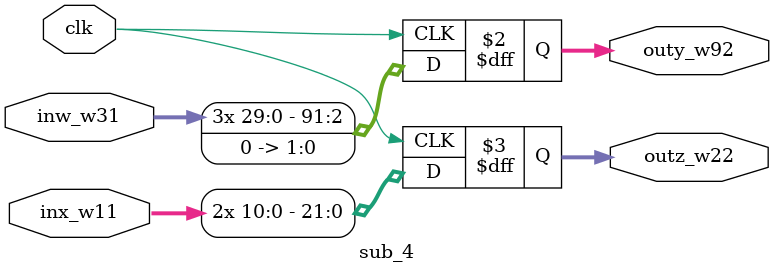
<source format=v>
module sub_4 (
   outy_w92, outz_w22,
   clk, inw_w31, inx_w11
   );
   input        clk;
   input [30:0] inw_w31;
   input [10:0] inx_w11;
   output reg [91:0] outy_w92  ;
   output reg [21:0] outz_w22  ;
   always @(posedge clk) begin
      outy_w92 <= {inw_w31[29:0],inw_w31[29:0],inw_w31[29:0],2'b00};
      outz_w22 <= {inx_w11[10:0],inx_w11[10:0]};
   end
endmodule
</source>
